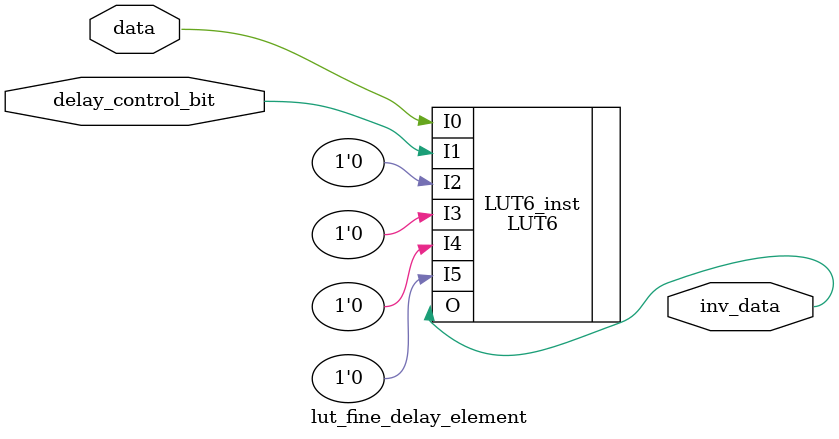
<source format=v>
`timescale 1ns / 1ps

module delay_top(input_data, clk_fine_delay_control_bits,data_fine_delay_control_bits , clk_coarse_delay_control_bits,data_coarse_delay_control_bits,registered_data,registered_negedge_data);
    parameter COARSE_DELAY_LENGTH = 32;
    parameter FINE_DELAY_LENGTH = 32;
    parameter FINE_DELAY_ON =0 ; 
    input input_data;
    output registered_data;
    output registered_negedge_data;
    input [FINE_DELAY_LENGTH-1:0] clk_fine_delay_control_bits;
    input [COARSE_DELAY_LENGTH-1:0] clk_coarse_delay_control_bits;
    input [FINE_DELAY_LENGTH-1:0] data_fine_delay_control_bits;
    input [COARSE_DELAY_LENGTH-1:0] data_coarse_delay_control_bits;

(* dont_touch = "yes" *)	wire [FINE_DELAY_LENGTH-1:0] clk_fine_delay_control_bits_w;
(* dont_touch = "yes" *)    wire [COARSE_DELAY_LENGTH-1:0] clk_coarse_delay_control_bits_w;
  (* dont_touch = "yes" *)  wire [FINE_DELAY_LENGTH-1:0] data_fine_delay_control_bits_w;
 (* dont_touch = "yes" *)   wire [COARSE_DELAY_LENGTH-1:0] data_coarse_delay_control_bits_w;
 	
	assign clk_fine_delay_control_bits_w = (1 << (clk_fine_delay_control_bits)) -1;
	assign clk_coarse_delay_control_bits_w = (1 << (clk_coarse_delay_control_bits)) -1;
	assign data_coarse_delay_control_bits_w = (1 << (data_coarse_delay_control_bits)) -1;
	assign data_fine_delay_control_bits_w = (1 << (data_fine_delay_control_bits)) -1;

//     (* dont_touch = "yes" *)   wire input_data_buf;
     
//   LUT1 #(
//     .INIT(2'b10) // Specify LUT Contents
//     ) LUT1_input_buf_anchor (
//     .O(input_data_buf), // LUT general output
//     .I0(input_data));  

 (* dont_touch = "yes" *)   wire coarse_data_out;
 (* dont_touch = "yes" *)   wire coarse_clk_out;
    
 (* dont_touch = "yes" *)   wire fine_data_out;
 (* dont_touch = "yes" *)   wire fine_clk_out;

 (* dont_touch = "yes" *)   coarse_delay_element#(.COARSE_DELAY_LENGTH(COARSE_DELAY_LENGTH)) coarse_delay_inst(
        .inp_data(input_data),
        .clk_delay_control_bits(clk_coarse_delay_control_bits_w),
	    .data_delay_control_bits(data_coarse_delay_control_bits_w),
        .delayed_clk(coarse_clk_out),
        .delayed_data(coarse_data_out));

(* dont_touch = "yes" *)    reg registered_out,registered_negedge_out;

	generate 
		if( FINE_DELAY_ON ==1 ) 
		begin
            fine_delay_element#(.FINE_DELAY_LENGTH(FINE_DELAY_LENGTH)) fine_delay_inst(
            .inp_data(coarse_data_out),
            .clk_data(coarse_clk_out),
            .clk_delay_control_bits(clk_fine_delay_control_bits_w),
            .data_delay_control_bits(data_fine_delay_control_bits_w),
            .delayed_clk(fine_clk_out),
            .delayed_data(fine_data_out));

            always@(posedge fine_clk_out)
    	    begin
        	   registered_out <= fine_data_out;
   		    end
   		    always@(negedge fine_clk_out)
            begin
              registered_negedge_out <= fine_data_out;
            end
	    end
 	    else begin
		  always@(posedge coarse_clk_out)
    	  begin
        	registered_out <= coarse_data_out;
        	
   		  end
   		   always@(negedge coarse_clk_out)
           begin
              registered_negedge_out <= coarse_data_out;
           end
   		end
	endgenerate 
    assign registered_negedge_data = registered_negedge_out;
    assign registered_data= registered_out;
endmodule


(* dont_touch = "yes" *)module coarse_delay_element( inp_data,clk_delay_control_bits,data_delay_control_bits,delayed_clk,delayed_data);

        parameter COARSE_DELAY_LENGTH = 32;
		input inp_data;
		input [COARSE_DELAY_LENGTH -1 :0]clk_delay_control_bits;
		input [COARSE_DELAY_LENGTH -1 :0]data_delay_control_bits;
		output delayed_clk;
		output delayed_data;
        genvar i;
        
// (* dont_touch = "yes" *) 
wire [COARSE_DELAY_LENGTH:0] delay_data;
        assign delay_data[COARSE_DELAY_LENGTH]= inp_data;
        assign delayed_data= delay_data[0];
        
        generate 
            for(i=COARSE_DELAY_LENGTH-1; i>=0;i =i-1)
            begin
                lut_coarse_delay_element lut_coarse_delay_inst_data(data_delay_control_bits[i],delay_data[i+1],delay_data[i]);
            end
        endgenerate
        
        
 //(* dont_touch = "yes" *)  
 wire [COARSE_DELAY_LENGTH:0] delay_clk;
        assign delay_clk[COARSE_DELAY_LENGTH]= inp_data;
        
        assign delayed_clk= delay_clk[0];
        
        
        generate 
            for(i=COARSE_DELAY_LENGTH-1; i>=0;i =i-1)
            begin
                lut_coarse_delay_element lut_coarse_delay_inst_clk(clk_delay_control_bits[i],delay_clk[i+1],delay_clk[i]);
            end
        endgenerate


endmodule 

(* dont_touch = "yes" *)module fine_delay_element(inp_data,clk_data,clk_delay_control_bits, data_delay_control_bits, delayed_clk,delayed_data);

        parameter FINE_DELAY_LENGTH = 32;
		input inp_data;
		input clk_data;
		input [FINE_DELAY_LENGTH -1 :0]clk_delay_control_bits;
		input [FINE_DELAY_LENGTH -1 :0]data_delay_control_bits;
		output delayed_clk;
		output delayed_data;

        genvar i;
        
 (* dont_touch = "yes" *)       wire [FINE_DELAY_LENGTH:0] delay_data;
        assign delay_data[FINE_DELAY_LENGTH]= inp_data;
        assign delayed_data= delay_data[0];
        
        generate 
            for(i=FINE_DELAY_LENGTH-1; i>=0;i =i-1)
            begin
            (* dont_touch = "yes" *)    lut_fine_delay_element lut_fine_delay_inst_data(data_delay_control_bits[i],delay_data[i+1],delay_data[i]);
            end
        endgenerate
        
        
(* dont_touch = "yes" *)        wire [FINE_DELAY_LENGTH:0] delay_clk;
        assign delay_clk[FINE_DELAY_LENGTH]= clk_data;
        
        assign delayed_clk= delay_clk[0];
        
        
        generate 
            for(i=FINE_DELAY_LENGTH-1; i>=0;i =i-1)
            begin
            (* dont_touch = "yes" *)    lut_fine_delay_element lut_fine_delay_inst_clk(clk_delay_control_bits[i],delay_clk[i+1],delay_clk[i]);
            end
        endgenerate
        

endmodule 


(* dont_touch = "yes" *)module lut_coarse_delay_element(input delay_control_bit ,input data, output inv_data  );

LUT6 #(
.INIT(64'h5555555555555555) // Specify LUT Contents
) LUT6_inst (
.O(inv_data), // LUT general output
.I0(data), // LUT input // - 
.I1(delay_control_bit), // LUT input
.I2(delay_control_bit), // LUT input
.I3(delay_control_bit), // LUT input
.I4(delay_control_bit), // LUT input
.I5(delay_control_bit) // LUT input
);

endmodule




(* dont_touch = "yes" *)module lut_fine_delay_element(input delay_control_bit ,input data, output inv_data  );

LUT6 #(
.INIT(64'h5555555555555555) // Specify LUT Contents
) LUT6_inst (
.O(inv_data), // LUT general output
.I0(data), // LUT input // - 
.I1(delay_control_bit), // LUT input
.I2(1'b0), // LUT input
.I3(1'b0), // LUT input
.I4(1'b0), // LUT input
.I5(1'b0) // LUT input
);

endmodule

</source>
